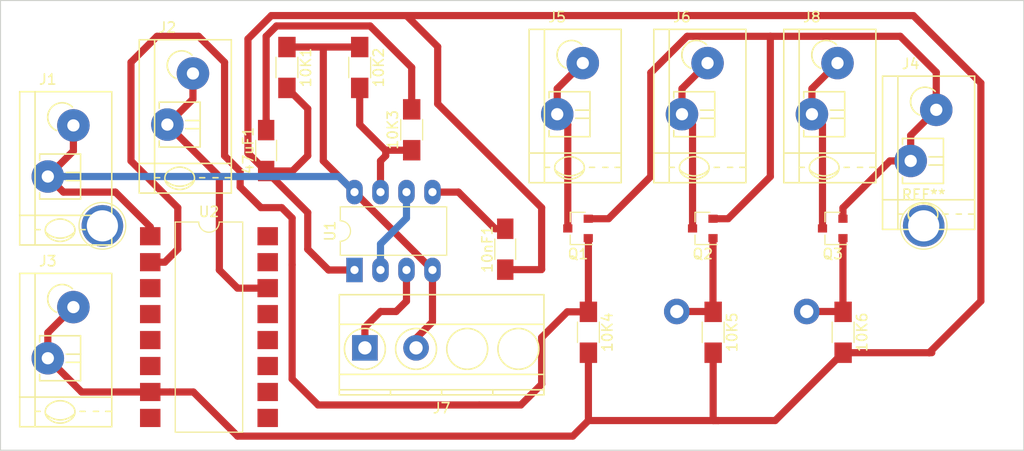
<source format=kicad_pcb>
(kicad_pcb (version 4) (host pcbnew 4.0.7-e1-6374~58~ubuntu16.04.1)

  (general
    (links 40)
    (no_connects 0)
    (area 111.149999 91.949999 211.250001 136.050001)
    (thickness 1.6)
    (drawings 4)
    (tracks 149)
    (zones 0)
    (modules 23)
    (nets 16)
  )

  (page A4)
  (layers
    (0 F.Cu signal)
    (31 B.Cu signal)
    (32 B.Adhes user)
    (33 F.Adhes user)
    (34 B.Paste user)
    (35 F.Paste user)
    (36 B.SilkS user)
    (37 F.SilkS user)
    (38 B.Mask user)
    (39 F.Mask user)
    (40 Dwgs.User user)
    (41 Cmts.User user)
    (42 Eco1.User user)
    (43 Eco2.User user)
    (44 Edge.Cuts user)
    (45 Margin user)
    (46 B.CrtYd user)
    (47 F.CrtYd user)
    (48 B.Fab user)
    (49 F.Fab user)
  )

  (setup
    (last_trace_width 0.7)
    (user_trace_width 0.6)
    (user_trace_width 0.6)
    (user_trace_width 0.6)
    (user_trace_width 0.6)
    (user_trace_width 0.6)
    (user_trace_width 0.6)
    (user_trace_width 0.6)
    (user_trace_width 0.6)
    (trace_clearance 0.2)
    (zone_clearance 0.508)
    (zone_45_only no)
    (trace_min 0.2)
    (segment_width 0.2)
    (edge_width 0.1)
    (via_size 0.6)
    (via_drill 0.4)
    (via_min_size 0.4)
    (via_min_drill 0.3)
    (uvia_size 0.3)
    (uvia_drill 0.1)
    (uvias_allowed no)
    (uvia_min_size 0.2)
    (uvia_min_drill 0.1)
    (pcb_text_width 0.3)
    (pcb_text_size 1.5 1.5)
    (mod_edge_width 0.15)
    (mod_text_size 1 1)
    (mod_text_width 0.15)
    (pad_size 1.5 1.5)
    (pad_drill 0.6)
    (pad_to_mask_clearance 0)
    (aux_axis_origin 0 0)
    (visible_elements FFFFFF7F)
    (pcbplotparams
      (layerselection 0x00020_80000001)
      (usegerberextensions false)
      (excludeedgelayer true)
      (linewidth 0.100000)
      (plotframeref false)
      (viasonmask false)
      (mode 1)
      (useauxorigin false)
      (hpglpennumber 1)
      (hpglpenspeed 20)
      (hpglpendiameter 15)
      (hpglpenoverlay 2)
      (psnegative false)
      (psa4output false)
      (plotreference true)
      (plotvalue true)
      (plotinvisibletext false)
      (padsonsilk false)
      (subtractmaskfromsilk false)
      (outputformat 1)
      (mirror false)
      (drillshape 0)
      (scaleselection 1)
      (outputdirectory ""))
  )

  (net 0 "")
  (net 1 "Net-(10K1-Pad1)")
  (net 2 GND)
  (net 3 "Net-(10K2-Pad2)")
  (net 4 "Net-(10K3-Pad2)")
  (net 5 "Net-(10K4-Pad1)")
  (net 6 "Net-(10K5-Pad1)")
  (net 7 "Net-(10K6-Pad1)")
  (net 8 "Net-(10nF1-Pad2)")
  (net 9 "Net-(U1-Pad2)")
  (net 10 VCC)
  (net 11 "Net-(J4-Pad1)")
  (net 12 "Net-(J5-Pad1)")
  (net 13 "Net-(J6-Pad1)")
  (net 14 "Net-(J7-Pad1)")
  (net 15 "Net-(J8-Pad1)")

  (net_class Default "This is the default net class."
    (clearance 0.2)
    (trace_width 0.7)
    (via_dia 0.6)
    (via_drill 0.4)
    (uvia_dia 0.3)
    (uvia_drill 0.1)
    (add_net GND)
    (add_net "Net-(10K1-Pad1)")
    (add_net "Net-(10K2-Pad2)")
    (add_net "Net-(10K3-Pad2)")
    (add_net "Net-(10K4-Pad1)")
    (add_net "Net-(10K5-Pad1)")
    (add_net "Net-(10K6-Pad1)")
    (add_net "Net-(10nF1-Pad2)")
    (add_net "Net-(J4-Pad1)")
    (add_net "Net-(J5-Pad1)")
    (add_net "Net-(J6-Pad1)")
    (add_net "Net-(J7-Pad1)")
    (add_net "Net-(J8-Pad1)")
    (add_net "Net-(U1-Pad2)")
    (add_net VCC)
  )

  (module Resistors_SMD:R_1206_HandSoldering (layer F.Cu) (tedit 58E0A804) (tstamp 5991C0A5)
    (at 139.192 98.552 270)
    (descr "Resistor SMD 1206, hand soldering")
    (tags "resistor 1206")
    (path /598EB620)
    (attr smd)
    (fp_text reference 10K1 (at 0 -1.85 270) (layer F.SilkS)
      (effects (font (size 1 1) (thickness 0.15)))
    )
    (fp_text value R (at 0 1.9 270) (layer F.Fab)
      (effects (font (size 1 1) (thickness 0.15)))
    )
    (fp_text user %R (at 0 0 270) (layer F.Fab)
      (effects (font (size 0.7 0.7) (thickness 0.105)))
    )
    (fp_line (start -1.6 0.8) (end -1.6 -0.8) (layer F.Fab) (width 0.1))
    (fp_line (start 1.6 0.8) (end -1.6 0.8) (layer F.Fab) (width 0.1))
    (fp_line (start 1.6 -0.8) (end 1.6 0.8) (layer F.Fab) (width 0.1))
    (fp_line (start -1.6 -0.8) (end 1.6 -0.8) (layer F.Fab) (width 0.1))
    (fp_line (start 1 1.07) (end -1 1.07) (layer F.SilkS) (width 0.12))
    (fp_line (start -1 -1.07) (end 1 -1.07) (layer F.SilkS) (width 0.12))
    (fp_line (start -3.25 -1.11) (end 3.25 -1.11) (layer F.CrtYd) (width 0.05))
    (fp_line (start -3.25 -1.11) (end -3.25 1.1) (layer F.CrtYd) (width 0.05))
    (fp_line (start 3.25 1.1) (end 3.25 -1.11) (layer F.CrtYd) (width 0.05))
    (fp_line (start 3.25 1.1) (end -3.25 1.1) (layer F.CrtYd) (width 0.05))
    (pad 1 smd rect (at -2 0 270) (size 2 1.7) (layers F.Cu F.Paste F.Mask)
      (net 1 "Net-(10K1-Pad1)"))
    (pad 2 smd rect (at 2 0 270) (size 2 1.7) (layers F.Cu F.Paste F.Mask)
      (net 2 GND))
    (model ${KISYS3DMOD}/Resistors_SMD.3dshapes/R_1206.wrl
      (at (xyz 0 0 0))
      (scale (xyz 1 1 1))
      (rotate (xyz 0 0 0))
    )
  )

  (module Resistors_SMD:R_1206_HandSoldering (layer F.Cu) (tedit 58E0A804) (tstamp 5991C0B6)
    (at 146.304 98.552 270)
    (descr "Resistor SMD 1206, hand soldering")
    (tags "resistor 1206")
    (path /598DCC51)
    (attr smd)
    (fp_text reference 10K2 (at 0 -1.85 270) (layer F.SilkS)
      (effects (font (size 1 1) (thickness 0.15)))
    )
    (fp_text value R (at 0 1.9 270) (layer F.Fab)
      (effects (font (size 1 1) (thickness 0.15)))
    )
    (fp_text user %R (at 0 0 270) (layer F.Fab)
      (effects (font (size 0.7 0.7) (thickness 0.105)))
    )
    (fp_line (start -1.6 0.8) (end -1.6 -0.8) (layer F.Fab) (width 0.1))
    (fp_line (start 1.6 0.8) (end -1.6 0.8) (layer F.Fab) (width 0.1))
    (fp_line (start 1.6 -0.8) (end 1.6 0.8) (layer F.Fab) (width 0.1))
    (fp_line (start -1.6 -0.8) (end 1.6 -0.8) (layer F.Fab) (width 0.1))
    (fp_line (start 1 1.07) (end -1 1.07) (layer F.SilkS) (width 0.12))
    (fp_line (start -1 -1.07) (end 1 -1.07) (layer F.SilkS) (width 0.12))
    (fp_line (start -3.25 -1.11) (end 3.25 -1.11) (layer F.CrtYd) (width 0.05))
    (fp_line (start -3.25 -1.11) (end -3.25 1.1) (layer F.CrtYd) (width 0.05))
    (fp_line (start 3.25 1.1) (end 3.25 -1.11) (layer F.CrtYd) (width 0.05))
    (fp_line (start 3.25 1.1) (end -3.25 1.1) (layer F.CrtYd) (width 0.05))
    (pad 1 smd rect (at -2 0 270) (size 2 1.7) (layers F.Cu F.Paste F.Mask)
      (net 1 "Net-(10K1-Pad1)"))
    (pad 2 smd rect (at 2 0 270) (size 2 1.7) (layers F.Cu F.Paste F.Mask)
      (net 3 "Net-(10K2-Pad2)"))
    (model ${KISYS3DMOD}/Resistors_SMD.3dshapes/R_1206.wrl
      (at (xyz 0 0 0))
      (scale (xyz 1 1 1))
      (rotate (xyz 0 0 0))
    )
  )

  (module Resistors_SMD:R_1206_HandSoldering (layer F.Cu) (tedit 58E0A804) (tstamp 5991C0C7)
    (at 151.384 104.648 90)
    (descr "Resistor SMD 1206, hand soldering")
    (tags "resistor 1206")
    (path /598DCCFA)
    (attr smd)
    (fp_text reference 10K3 (at 0 -1.85 90) (layer F.SilkS)
      (effects (font (size 1 1) (thickness 0.15)))
    )
    (fp_text value R (at 0 1.9 90) (layer F.Fab)
      (effects (font (size 1 1) (thickness 0.15)))
    )
    (fp_text user %R (at 0 0 90) (layer F.Fab)
      (effects (font (size 0.7 0.7) (thickness 0.105)))
    )
    (fp_line (start -1.6 0.8) (end -1.6 -0.8) (layer F.Fab) (width 0.1))
    (fp_line (start 1.6 0.8) (end -1.6 0.8) (layer F.Fab) (width 0.1))
    (fp_line (start 1.6 -0.8) (end 1.6 0.8) (layer F.Fab) (width 0.1))
    (fp_line (start -1.6 -0.8) (end 1.6 -0.8) (layer F.Fab) (width 0.1))
    (fp_line (start 1 1.07) (end -1 1.07) (layer F.SilkS) (width 0.12))
    (fp_line (start -1 -1.07) (end 1 -1.07) (layer F.SilkS) (width 0.12))
    (fp_line (start -3.25 -1.11) (end 3.25 -1.11) (layer F.CrtYd) (width 0.05))
    (fp_line (start -3.25 -1.11) (end -3.25 1.1) (layer F.CrtYd) (width 0.05))
    (fp_line (start 3.25 1.1) (end 3.25 -1.11) (layer F.CrtYd) (width 0.05))
    (fp_line (start 3.25 1.1) (end -3.25 1.1) (layer F.CrtYd) (width 0.05))
    (pad 1 smd rect (at -2 0 90) (size 2 1.7) (layers F.Cu F.Paste F.Mask)
      (net 3 "Net-(10K2-Pad2)"))
    (pad 2 smd rect (at 2 0 90) (size 2 1.7) (layers F.Cu F.Paste F.Mask)
      (net 4 "Net-(10K3-Pad2)"))
    (model ${KISYS3DMOD}/Resistors_SMD.3dshapes/R_1206.wrl
      (at (xyz 0 0 0))
      (scale (xyz 1 1 1))
      (rotate (xyz 0 0 0))
    )
  )

  (module Resistors_SMD:R_1206_HandSoldering (layer F.Cu) (tedit 58E0A804) (tstamp 5991C0D8)
    (at 168.656 124.46 270)
    (descr "Resistor SMD 1206, hand soldering")
    (tags "resistor 1206")
    (path /598E1326)
    (attr smd)
    (fp_text reference 10K4 (at 0 -1.85 270) (layer F.SilkS)
      (effects (font (size 1 1) (thickness 0.15)))
    )
    (fp_text value R (at 0 1.9 270) (layer F.Fab)
      (effects (font (size 1 1) (thickness 0.15)))
    )
    (fp_text user %R (at 0 0 270) (layer F.Fab)
      (effects (font (size 0.7 0.7) (thickness 0.105)))
    )
    (fp_line (start -1.6 0.8) (end -1.6 -0.8) (layer F.Fab) (width 0.1))
    (fp_line (start 1.6 0.8) (end -1.6 0.8) (layer F.Fab) (width 0.1))
    (fp_line (start 1.6 -0.8) (end 1.6 0.8) (layer F.Fab) (width 0.1))
    (fp_line (start -1.6 -0.8) (end 1.6 -0.8) (layer F.Fab) (width 0.1))
    (fp_line (start 1 1.07) (end -1 1.07) (layer F.SilkS) (width 0.12))
    (fp_line (start -1 -1.07) (end 1 -1.07) (layer F.SilkS) (width 0.12))
    (fp_line (start -3.25 -1.11) (end 3.25 -1.11) (layer F.CrtYd) (width 0.05))
    (fp_line (start -3.25 -1.11) (end -3.25 1.1) (layer F.CrtYd) (width 0.05))
    (fp_line (start 3.25 1.1) (end 3.25 -1.11) (layer F.CrtYd) (width 0.05))
    (fp_line (start 3.25 1.1) (end -3.25 1.1) (layer F.CrtYd) (width 0.05))
    (pad 1 smd rect (at -2 0 270) (size 2 1.7) (layers F.Cu F.Paste F.Mask)
      (net 5 "Net-(10K4-Pad1)"))
    (pad 2 smd rect (at 2 0 270) (size 2 1.7) (layers F.Cu F.Paste F.Mask)
      (net 2 GND))
    (model ${KISYS3DMOD}/Resistors_SMD.3dshapes/R_1206.wrl
      (at (xyz 0 0 0))
      (scale (xyz 1 1 1))
      (rotate (xyz 0 0 0))
    )
  )

  (module Resistors_SMD:R_1206_HandSoldering (layer F.Cu) (tedit 58E0A804) (tstamp 5991C0E9)
    (at 180.848 124.46 270)
    (descr "Resistor SMD 1206, hand soldering")
    (tags "resistor 1206")
    (path /598E0F6C)
    (attr smd)
    (fp_text reference 10K5 (at 0 -1.85 270) (layer F.SilkS)
      (effects (font (size 1 1) (thickness 0.15)))
    )
    (fp_text value R (at 0 1.9 270) (layer F.Fab)
      (effects (font (size 1 1) (thickness 0.15)))
    )
    (fp_text user %R (at 0 0 270) (layer F.Fab)
      (effects (font (size 0.7 0.7) (thickness 0.105)))
    )
    (fp_line (start -1.6 0.8) (end -1.6 -0.8) (layer F.Fab) (width 0.1))
    (fp_line (start 1.6 0.8) (end -1.6 0.8) (layer F.Fab) (width 0.1))
    (fp_line (start 1.6 -0.8) (end 1.6 0.8) (layer F.Fab) (width 0.1))
    (fp_line (start -1.6 -0.8) (end 1.6 -0.8) (layer F.Fab) (width 0.1))
    (fp_line (start 1 1.07) (end -1 1.07) (layer F.SilkS) (width 0.12))
    (fp_line (start -1 -1.07) (end 1 -1.07) (layer F.SilkS) (width 0.12))
    (fp_line (start -3.25 -1.11) (end 3.25 -1.11) (layer F.CrtYd) (width 0.05))
    (fp_line (start -3.25 -1.11) (end -3.25 1.1) (layer F.CrtYd) (width 0.05))
    (fp_line (start 3.25 1.1) (end 3.25 -1.11) (layer F.CrtYd) (width 0.05))
    (fp_line (start 3.25 1.1) (end -3.25 1.1) (layer F.CrtYd) (width 0.05))
    (pad 1 smd rect (at -2 0 270) (size 2 1.7) (layers F.Cu F.Paste F.Mask)
      (net 6 "Net-(10K5-Pad1)"))
    (pad 2 smd rect (at 2 0 270) (size 2 1.7) (layers F.Cu F.Paste F.Mask)
      (net 2 GND))
    (model ${KISYS3DMOD}/Resistors_SMD.3dshapes/R_1206.wrl
      (at (xyz 0 0 0))
      (scale (xyz 1 1 1))
      (rotate (xyz 0 0 0))
    )
  )

  (module Resistors_SMD:R_1206_HandSoldering (layer F.Cu) (tedit 58E0A804) (tstamp 5991C0FA)
    (at 193.548 124.46 270)
    (descr "Resistor SMD 1206, hand soldering")
    (tags "resistor 1206")
    (path /598E8418)
    (attr smd)
    (fp_text reference 10K6 (at 0 -1.85 270) (layer F.SilkS)
      (effects (font (size 1 1) (thickness 0.15)))
    )
    (fp_text value R (at 0 1.9 270) (layer F.Fab)
      (effects (font (size 1 1) (thickness 0.15)))
    )
    (fp_text user %R (at 0 0 270) (layer F.Fab)
      (effects (font (size 0.7 0.7) (thickness 0.105)))
    )
    (fp_line (start -1.6 0.8) (end -1.6 -0.8) (layer F.Fab) (width 0.1))
    (fp_line (start 1.6 0.8) (end -1.6 0.8) (layer F.Fab) (width 0.1))
    (fp_line (start 1.6 -0.8) (end 1.6 0.8) (layer F.Fab) (width 0.1))
    (fp_line (start -1.6 -0.8) (end 1.6 -0.8) (layer F.Fab) (width 0.1))
    (fp_line (start 1 1.07) (end -1 1.07) (layer F.SilkS) (width 0.12))
    (fp_line (start -1 -1.07) (end 1 -1.07) (layer F.SilkS) (width 0.12))
    (fp_line (start -3.25 -1.11) (end 3.25 -1.11) (layer F.CrtYd) (width 0.05))
    (fp_line (start -3.25 -1.11) (end -3.25 1.1) (layer F.CrtYd) (width 0.05))
    (fp_line (start 3.25 1.1) (end 3.25 -1.11) (layer F.CrtYd) (width 0.05))
    (fp_line (start 3.25 1.1) (end -3.25 1.1) (layer F.CrtYd) (width 0.05))
    (pad 1 smd rect (at -2 0 270) (size 2 1.7) (layers F.Cu F.Paste F.Mask)
      (net 7 "Net-(10K6-Pad1)"))
    (pad 2 smd rect (at 2 0 270) (size 2 1.7) (layers F.Cu F.Paste F.Mask)
      (net 2 GND))
    (model ${KISYS3DMOD}/Resistors_SMD.3dshapes/R_1206.wrl
      (at (xyz 0 0 0))
      (scale (xyz 1 1 1))
      (rotate (xyz 0 0 0))
    )
  )

  (module Capacitors_SMD:C_1206_HandSoldering (layer F.Cu) (tedit 5991E619) (tstamp 5991C10B)
    (at 160.528 116.332 90)
    (descr "Capacitor SMD 1206, hand soldering")
    (tags "capacitor 1206")
    (path /598DCD7C)
    (attr smd)
    (fp_text reference 10nF1 (at 0 -1.75 90) (layer F.SilkS)
      (effects (font (size 1 1) (thickness 0.15)))
    )
    (fp_text value C (at 0 2 90) (layer F.Fab)
      (effects (font (size 1 1) (thickness 0.15)))
    )
    (fp_text user %R (at 0 -1.75 90) (layer F.Fab) hide
      (effects (font (size 1 1) (thickness 0.15)))
    )
    (fp_line (start -1.6 0.8) (end -1.6 -0.8) (layer F.Fab) (width 0.1))
    (fp_line (start 1.6 0.8) (end -1.6 0.8) (layer F.Fab) (width 0.1))
    (fp_line (start 1.6 -0.8) (end 1.6 0.8) (layer F.Fab) (width 0.1))
    (fp_line (start -1.6 -0.8) (end 1.6 -0.8) (layer F.Fab) (width 0.1))
    (fp_line (start 1 -1.02) (end -1 -1.02) (layer F.SilkS) (width 0.12))
    (fp_line (start -1 1.02) (end 1 1.02) (layer F.SilkS) (width 0.12))
    (fp_line (start -3.25 -1.05) (end 3.25 -1.05) (layer F.CrtYd) (width 0.05))
    (fp_line (start -3.25 -1.05) (end -3.25 1.05) (layer F.CrtYd) (width 0.05))
    (fp_line (start 3.25 1.05) (end 3.25 -1.05) (layer F.CrtYd) (width 0.05))
    (fp_line (start 3.25 1.05) (end -3.25 1.05) (layer F.CrtYd) (width 0.05))
    (pad 1 smd rect (at -2 0 90) (size 2 1.6) (layers F.Cu F.Paste F.Mask)
      (net 2 GND))
    (pad 2 smd rect (at 2 0 90) (size 2 1.6) (layers F.Cu F.Paste F.Mask)
      (net 8 "Net-(10nF1-Pad2)"))
    (model Capacitors_SMD.3dshapes/C_1206.wrl
      (at (xyz 0 0 0))
      (scale (xyz 1 1 1))
      (rotate (xyz 0 0 0))
    )
  )

  (module Capacitors_SMD:C_1206_HandSoldering (layer F.Cu) (tedit 5991E61E) (tstamp 5991C11C)
    (at 137.16 106.68 90)
    (descr "Capacitor SMD 1206, hand soldering")
    (tags "capacitor 1206")
    (path /598DE98E)
    (attr smd)
    (fp_text reference 47uF1 (at 0 -1.75 90) (layer F.SilkS)
      (effects (font (size 1 1) (thickness 0.15)))
    )
    (fp_text value C (at 0 2 90) (layer F.Fab)
      (effects (font (size 1 1) (thickness 0.15)))
    )
    (fp_text user %R (at 0 -1.75 90) (layer F.Fab) hide
      (effects (font (size 1 1) (thickness 0.15)))
    )
    (fp_line (start -1.6 0.8) (end -1.6 -0.8) (layer F.Fab) (width 0.1))
    (fp_line (start 1.6 0.8) (end -1.6 0.8) (layer F.Fab) (width 0.1))
    (fp_line (start 1.6 -0.8) (end 1.6 0.8) (layer F.Fab) (width 0.1))
    (fp_line (start -1.6 -0.8) (end 1.6 -0.8) (layer F.Fab) (width 0.1))
    (fp_line (start 1 -1.02) (end -1 -1.02) (layer F.SilkS) (width 0.12))
    (fp_line (start -1 1.02) (end 1 1.02) (layer F.SilkS) (width 0.12))
    (fp_line (start -3.25 -1.05) (end 3.25 -1.05) (layer F.CrtYd) (width 0.05))
    (fp_line (start -3.25 -1.05) (end -3.25 1.05) (layer F.CrtYd) (width 0.05))
    (fp_line (start 3.25 1.05) (end 3.25 -1.05) (layer F.CrtYd) (width 0.05))
    (fp_line (start 3.25 1.05) (end -3.25 1.05) (layer F.CrtYd) (width 0.05))
    (pad 1 smd rect (at -2 0 90) (size 2 1.6) (layers F.Cu F.Paste F.Mask)
      (net 2 GND))
    (pad 2 smd rect (at 2 0 90) (size 2 1.6) (layers F.Cu F.Paste F.Mask)
      (net 4 "Net-(10K3-Pad2)"))
    (model Capacitors_SMD.3dshapes/C_1206.wrl
      (at (xyz 0 0 0))
      (scale (xyz 1 1 1))
      (rotate (xyz 0 0 0))
    )
  )

  (module TO_SOT_Packages_SMD:SOT-23 (layer F.Cu) (tedit 5991E5FA) (tstamp 5991C131)
    (at 167.64 114.3 180)
    (descr "SOT-23, Standard")
    (tags SOT-23)
    (path /598F5139)
    (attr smd)
    (fp_text reference Q1 (at 0 -2.5 180) (layer F.SilkS)
      (effects (font (size 1 1) (thickness 0.15)))
    )
    (fp_text value BC817-40 (at 0 2.5 180) (layer F.Fab) hide
      (effects (font (size 1 1) (thickness 0.15)))
    )
    (fp_text user %R (at 0 0 270) (layer F.Fab)
      (effects (font (size 0.5 0.5) (thickness 0.075)))
    )
    (fp_line (start -0.7 -0.95) (end -0.7 1.5) (layer F.Fab) (width 0.1))
    (fp_line (start -0.15 -1.52) (end 0.7 -1.52) (layer F.Fab) (width 0.1))
    (fp_line (start -0.7 -0.95) (end -0.15 -1.52) (layer F.Fab) (width 0.1))
    (fp_line (start 0.7 -1.52) (end 0.7 1.52) (layer F.Fab) (width 0.1))
    (fp_line (start -0.7 1.52) (end 0.7 1.52) (layer F.Fab) (width 0.1))
    (fp_line (start 0.76 1.58) (end 0.76 0.65) (layer F.SilkS) (width 0.12))
    (fp_line (start 0.76 -1.58) (end 0.76 -0.65) (layer F.SilkS) (width 0.12))
    (fp_line (start -1.7 -1.75) (end 1.7 -1.75) (layer F.CrtYd) (width 0.05))
    (fp_line (start 1.7 -1.75) (end 1.7 1.75) (layer F.CrtYd) (width 0.05))
    (fp_line (start 1.7 1.75) (end -1.7 1.75) (layer F.CrtYd) (width 0.05))
    (fp_line (start -1.7 1.75) (end -1.7 -1.75) (layer F.CrtYd) (width 0.05))
    (fp_line (start 0.76 -1.58) (end -1.4 -1.58) (layer F.SilkS) (width 0.12))
    (fp_line (start 0.76 1.58) (end -0.7 1.58) (layer F.SilkS) (width 0.12))
    (pad 1 smd rect (at -1 -0.95 180) (size 0.9 0.8) (layers F.Cu F.Paste F.Mask)
      (net 5 "Net-(10K4-Pad1)"))
    (pad 2 smd rect (at -1 0.95 180) (size 0.9 0.8) (layers F.Cu F.Paste F.Mask)
      (net 11 "Net-(J4-Pad1)"))
    (pad 3 smd rect (at 1 0 180) (size 0.9 0.8) (layers F.Cu F.Paste F.Mask)
      (net 12 "Net-(J5-Pad1)"))
    (model ${KISYS3DMOD}/TO_SOT_Packages_SMD.3dshapes/SOT-23.wrl
      (at (xyz 0 0 0))
      (scale (xyz 1 1 1))
      (rotate (xyz 0 0 0))
    )
  )

  (module TO_SOT_Packages_SMD:SOT-23 (layer F.Cu) (tedit 5991E5FF) (tstamp 5991C146)
    (at 179.832 114.3 180)
    (descr "SOT-23, Standard")
    (tags SOT-23)
    (path /598F51AA)
    (attr smd)
    (fp_text reference Q2 (at 0 -2.5 180) (layer F.SilkS)
      (effects (font (size 1 1) (thickness 0.15)))
    )
    (fp_text value BC817-40 (at 0 2.5 180) (layer F.Fab) hide
      (effects (font (size 1 1) (thickness 0.15)))
    )
    (fp_text user %R (at 0 0 270) (layer F.Fab)
      (effects (font (size 0.5 0.5) (thickness 0.075)))
    )
    (fp_line (start -0.7 -0.95) (end -0.7 1.5) (layer F.Fab) (width 0.1))
    (fp_line (start -0.15 -1.52) (end 0.7 -1.52) (layer F.Fab) (width 0.1))
    (fp_line (start -0.7 -0.95) (end -0.15 -1.52) (layer F.Fab) (width 0.1))
    (fp_line (start 0.7 -1.52) (end 0.7 1.52) (layer F.Fab) (width 0.1))
    (fp_line (start -0.7 1.52) (end 0.7 1.52) (layer F.Fab) (width 0.1))
    (fp_line (start 0.76 1.58) (end 0.76 0.65) (layer F.SilkS) (width 0.12))
    (fp_line (start 0.76 -1.58) (end 0.76 -0.65) (layer F.SilkS) (width 0.12))
    (fp_line (start -1.7 -1.75) (end 1.7 -1.75) (layer F.CrtYd) (width 0.05))
    (fp_line (start 1.7 -1.75) (end 1.7 1.75) (layer F.CrtYd) (width 0.05))
    (fp_line (start 1.7 1.75) (end -1.7 1.75) (layer F.CrtYd) (width 0.05))
    (fp_line (start -1.7 1.75) (end -1.7 -1.75) (layer F.CrtYd) (width 0.05))
    (fp_line (start 0.76 -1.58) (end -1.4 -1.58) (layer F.SilkS) (width 0.12))
    (fp_line (start 0.76 1.58) (end -0.7 1.58) (layer F.SilkS) (width 0.12))
    (pad 1 smd rect (at -1 -0.95 180) (size 0.9 0.8) (layers F.Cu F.Paste F.Mask)
      (net 6 "Net-(10K5-Pad1)"))
    (pad 2 smd rect (at -1 0.95 180) (size 0.9 0.8) (layers F.Cu F.Paste F.Mask)
      (net 11 "Net-(J4-Pad1)"))
    (pad 3 smd rect (at 1 0 180) (size 0.9 0.8) (layers F.Cu F.Paste F.Mask)
      (net 13 "Net-(J6-Pad1)"))
    (model ${KISYS3DMOD}/TO_SOT_Packages_SMD.3dshapes/SOT-23.wrl
      (at (xyz 0 0 0))
      (scale (xyz 1 1 1))
      (rotate (xyz 90 0 0))
    )
  )

  (module TO_SOT_Packages_SMD:SOT-23 (layer F.Cu) (tedit 5991E607) (tstamp 5991C15B)
    (at 192.532 114.3 180)
    (descr "SOT-23, Standard")
    (tags SOT-23)
    (path /598F523F)
    (attr smd)
    (fp_text reference Q3 (at 0 -2.5 180) (layer F.SilkS)
      (effects (font (size 1 1) (thickness 0.15)))
    )
    (fp_text value BC817-40 (at 0 2.5 180) (layer F.Fab) hide
      (effects (font (size 1 1) (thickness 0.15)))
    )
    (fp_text user %R (at 0 0 270) (layer F.Fab)
      (effects (font (size 0.5 0.5) (thickness 0.075)))
    )
    (fp_line (start -0.7 -0.95) (end -0.7 1.5) (layer F.Fab) (width 0.1))
    (fp_line (start -0.15 -1.52) (end 0.7 -1.52) (layer F.Fab) (width 0.1))
    (fp_line (start -0.7 -0.95) (end -0.15 -1.52) (layer F.Fab) (width 0.1))
    (fp_line (start 0.7 -1.52) (end 0.7 1.52) (layer F.Fab) (width 0.1))
    (fp_line (start -0.7 1.52) (end 0.7 1.52) (layer F.Fab) (width 0.1))
    (fp_line (start 0.76 1.58) (end 0.76 0.65) (layer F.SilkS) (width 0.12))
    (fp_line (start 0.76 -1.58) (end 0.76 -0.65) (layer F.SilkS) (width 0.12))
    (fp_line (start -1.7 -1.75) (end 1.7 -1.75) (layer F.CrtYd) (width 0.05))
    (fp_line (start 1.7 -1.75) (end 1.7 1.75) (layer F.CrtYd) (width 0.05))
    (fp_line (start 1.7 1.75) (end -1.7 1.75) (layer F.CrtYd) (width 0.05))
    (fp_line (start -1.7 1.75) (end -1.7 -1.75) (layer F.CrtYd) (width 0.05))
    (fp_line (start 0.76 -1.58) (end -1.4 -1.58) (layer F.SilkS) (width 0.12))
    (fp_line (start 0.76 1.58) (end -0.7 1.58) (layer F.SilkS) (width 0.12))
    (pad 1 smd rect (at -1 -0.95 180) (size 0.9 0.8) (layers F.Cu F.Paste F.Mask)
      (net 7 "Net-(10K6-Pad1)"))
    (pad 2 smd rect (at -1 0.95 180) (size 0.9 0.8) (layers F.Cu F.Paste F.Mask)
      (net 11 "Net-(J4-Pad1)"))
    (pad 3 smd rect (at 1 0 180) (size 0.9 0.8) (layers F.Cu F.Paste F.Mask)
      (net 15 "Net-(J8-Pad1)"))
    (model ${KISYS3DMOD}/TO_SOT_Packages_SMD.3dshapes/SOT-23.wrl
      (at (xyz 0 0 0))
      (scale (xyz 1 1 1))
      (rotate (xyz 0 0 0))
    )
  )

  (module Housings_DIP:DIP-8_W7.62mm_LongPads (layer F.Cu) (tedit 58CC8E33) (tstamp 5991C177)
    (at 145.796 118.364 90)
    (descr "8-lead dip package, row spacing 7.62 mm (300 mils), LongPads")
    (tags "DIL DIP PDIP 2.54mm 7.62mm 300mil LongPads")
    (path /599212F9)
    (fp_text reference U1 (at 3.81 -2.39 90) (layer F.SilkS)
      (effects (font (size 1 1) (thickness 0.15)))
    )
    (fp_text value LM555N (at 3.81 10.01 90) (layer F.Fab)
      (effects (font (size 1 1) (thickness 0.15)))
    )
    (fp_text user %R (at 3.81 3.81 90) (layer F.Fab)
      (effects (font (size 1 1) (thickness 0.15)))
    )
    (fp_line (start 1.635 -1.27) (end 6.985 -1.27) (layer F.Fab) (width 0.1))
    (fp_line (start 6.985 -1.27) (end 6.985 8.89) (layer F.Fab) (width 0.1))
    (fp_line (start 6.985 8.89) (end 0.635 8.89) (layer F.Fab) (width 0.1))
    (fp_line (start 0.635 8.89) (end 0.635 -0.27) (layer F.Fab) (width 0.1))
    (fp_line (start 0.635 -0.27) (end 1.635 -1.27) (layer F.Fab) (width 0.1))
    (fp_line (start 2.81 -1.39) (end 1.44 -1.39) (layer F.SilkS) (width 0.12))
    (fp_line (start 1.44 -1.39) (end 1.44 9.01) (layer F.SilkS) (width 0.12))
    (fp_line (start 1.44 9.01) (end 6.18 9.01) (layer F.SilkS) (width 0.12))
    (fp_line (start 6.18 9.01) (end 6.18 -1.39) (layer F.SilkS) (width 0.12))
    (fp_line (start 6.18 -1.39) (end 4.81 -1.39) (layer F.SilkS) (width 0.12))
    (fp_line (start -1.5 -1.6) (end -1.5 9.2) (layer F.CrtYd) (width 0.05))
    (fp_line (start -1.5 9.2) (end 9.1 9.2) (layer F.CrtYd) (width 0.05))
    (fp_line (start 9.1 9.2) (end 9.1 -1.6) (layer F.CrtYd) (width 0.05))
    (fp_line (start 9.1 -1.6) (end -1.5 -1.6) (layer F.CrtYd) (width 0.05))
    (fp_arc (start 3.81 -1.39) (end 2.81 -1.39) (angle -180) (layer F.SilkS) (width 0.12))
    (pad 1 thru_hole rect (at 0 0 90) (size 2.4 1.6) (drill 0.8) (layers *.Cu *.Mask)
      (net 2 GND))
    (pad 5 thru_hole oval (at 7.62 7.62 90) (size 2.4 1.6) (drill 0.8) (layers *.Cu *.Mask)
      (net 8 "Net-(10nF1-Pad2)"))
    (pad 2 thru_hole oval (at 0 2.54 90) (size 2.4 1.6) (drill 0.8) (layers *.Cu *.Mask)
      (net 9 "Net-(U1-Pad2)"))
    (pad 6 thru_hole oval (at 7.62 5.08 90) (size 2.4 1.6) (drill 0.8) (layers *.Cu *.Mask)
      (net 9 "Net-(U1-Pad2)"))
    (pad 3 thru_hole oval (at 0 5.08 90) (size 2.4 1.6) (drill 0.8) (layers *.Cu *.Mask)
      (net 14 "Net-(J7-Pad1)"))
    (pad 7 thru_hole oval (at 7.62 2.54 90) (size 2.4 1.6) (drill 0.8) (layers *.Cu *.Mask)
      (net 3 "Net-(10K2-Pad2)"))
    (pad 4 thru_hole oval (at 0 7.62 90) (size 2.4 1.6) (drill 0.8) (layers *.Cu *.Mask)
      (net 1 "Net-(10K1-Pad1)"))
    (pad 8 thru_hole oval (at 7.62 0 90) (size 2.4 1.6) (drill 0.8) (layers *.Cu *.Mask)
      (net 1 "Net-(10K1-Pad1)"))
    (model ${KISYS3DMOD}/Housings_DIP.3dshapes/DIP-8_W7.62mm_LongPads.wrl
      (at (xyz 0 0 0))
      (scale (xyz 1 1 1))
      (rotate (xyz 0 0 0))
    )
  )

  (module Housings_DIP:DIP-16_W11.48mm_SMD (layer F.Cu) (tedit 58CC8E2D) (tstamp 5991C19B)
    (at 131.572 123.952)
    (descr "16-lead dip package, row spacing 11.48 mm (451 mils), SMD")
    (tags "DIL DIP PDIP 2.54mm 11.48mm 451mil SMD")
    (path /598F63CC)
    (attr smd)
    (fp_text reference U2 (at 0 -11.28) (layer F.SilkS)
      (effects (font (size 1 1) (thickness 0.15)))
    )
    (fp_text value 74LS06 (at 0 11.28) (layer F.Fab)
      (effects (font (size 1 1) (thickness 0.15)))
    )
    (fp_text user %R (at 0 0) (layer F.Fab)
      (effects (font (size 1 1) (thickness 0.15)))
    )
    (fp_line (start -2.175 -10.16) (end 3.175 -10.16) (layer F.Fab) (width 0.1))
    (fp_line (start 3.175 -10.16) (end 3.175 10.16) (layer F.Fab) (width 0.1))
    (fp_line (start 3.175 10.16) (end -3.175 10.16) (layer F.Fab) (width 0.1))
    (fp_line (start -3.175 10.16) (end -3.175 -9.16) (layer F.Fab) (width 0.1))
    (fp_line (start -3.175 -9.16) (end -2.175 -10.16) (layer F.Fab) (width 0.1))
    (fp_line (start -1 -10.28) (end -3.295 -10.28) (layer F.SilkS) (width 0.12))
    (fp_line (start -3.295 -10.28) (end -3.295 10.28) (layer F.SilkS) (width 0.12))
    (fp_line (start -3.295 10.28) (end 3.295 10.28) (layer F.SilkS) (width 0.12))
    (fp_line (start 3.295 10.28) (end 3.295 -10.28) (layer F.SilkS) (width 0.12))
    (fp_line (start 3.295 -10.28) (end 1 -10.28) (layer F.SilkS) (width 0.12))
    (fp_line (start -7 -10.5) (end -7 10.5) (layer F.CrtYd) (width 0.05))
    (fp_line (start -7 10.5) (end 7 10.5) (layer F.CrtYd) (width 0.05))
    (fp_line (start 7 10.5) (end 7 -10.5) (layer F.CrtYd) (width 0.05))
    (fp_line (start 7 -10.5) (end -7 -10.5) (layer F.CrtYd) (width 0.05))
    (fp_arc (start 0 -10.28) (end -1 -10.28) (angle -180) (layer F.SilkS) (width 0.12))
    (pad 1 smd rect (at -5.74 -8.89) (size 2 1.78) (layers F.Cu F.Paste F.Mask)
      (net 1 "Net-(10K1-Pad1)"))
    (pad 9 smd rect (at 5.74 8.89) (size 2 1.78) (layers F.Cu F.Paste F.Mask))
    (pad 2 smd rect (at -5.74 -6.35) (size 2 1.78) (layers F.Cu F.Paste F.Mask)
      (net 5 "Net-(10K4-Pad1)"))
    (pad 10 smd rect (at 5.74 6.35) (size 2 1.78) (layers F.Cu F.Paste F.Mask))
    (pad 3 smd rect (at -5.74 -3.81) (size 2 1.78) (layers F.Cu F.Paste F.Mask))
    (pad 11 smd rect (at 5.74 3.81) (size 2 1.78) (layers F.Cu F.Paste F.Mask))
    (pad 4 smd rect (at -5.74 -1.27) (size 2 1.78) (layers F.Cu F.Paste F.Mask))
    (pad 12 smd rect (at 5.74 1.27) (size 2 1.78) (layers F.Cu F.Paste F.Mask))
    (pad 5 smd rect (at -5.74 1.27) (size 2 1.78) (layers F.Cu F.Paste F.Mask))
    (pad 13 smd rect (at 5.74 -1.27) (size 2 1.78) (layers F.Cu F.Paste F.Mask))
    (pad 6 smd rect (at -5.74 3.81) (size 2 1.78) (layers F.Cu F.Paste F.Mask))
    (pad 14 smd rect (at 5.74 -3.81) (size 2 1.78) (layers F.Cu F.Paste F.Mask)
      (net 10 VCC))
    (pad 7 smd rect (at -5.74 6.35) (size 2 1.78) (layers F.Cu F.Paste F.Mask)
      (net 2 GND))
    (pad 15 smd rect (at 5.74 -6.35) (size 2 1.78) (layers F.Cu F.Paste F.Mask))
    (pad 8 smd rect (at -5.74 8.89) (size 2 1.78) (layers F.Cu F.Paste F.Mask))
    (pad 16 smd rect (at 5.74 -8.89) (size 2 1.78) (layers F.Cu F.Paste F.Mask))
    (model ${KISYS3DMOD}/Housings_DIP.3dshapes/DIP-16_W11.48mm_SMD.wrl
      (at (xyz 0 0 0))
      (scale (xyz 1 1 1))
      (rotate (xyz 0 0 0))
    )
  )

  (module Connectors_Terminal_Blocks:TerminalBlock_WAGO-804_RM7.5mm_1pol (layer F.Cu) (tedit 599342E7) (tstamp 5992045B)
    (at 115.824 109.22)
    (path /5992602B)
    (fp_text reference J1 (at 0 -9.5) (layer F.SilkS)
      (effects (font (size 1 1) (thickness 0.15)))
    )
    (fp_text value Screw_Terminal_1x01 (at 0 8) (layer F.Fab) hide
      (effects (font (size 1 1) (thickness 0.15)))
    )
    (fp_line (start 6.25 6.7) (end 6.25 -8.3) (layer F.SilkS) (width 0.15))
    (fp_line (start 6.25 6.7) (end -1.25 6.7) (layer F.SilkS) (width 0.15))
    (fp_line (start -1.25 3.8) (end -2.75 3.8) (layer F.SilkS) (width 0.15))
    (fp_line (start -1.25 3.8) (end 6.25 3.8) (layer F.SilkS) (width 0.15))
    (fp_line (start 6.25 -8.3) (end -1.25 -8.3) (layer F.SilkS) (width 0.15))
    (fp_line (start -1.25 6.7) (end -2.75 6.7) (layer F.SilkS) (width 0.15))
    (fp_line (start -2.75 6.7) (end -2.75 -8.3) (layer F.SilkS) (width 0.15))
    (fp_line (start -2.75 -8.3) (end -1.25 -8.3) (layer F.SilkS) (width 0.15))
    (fp_arc (start 1.39954 -5.79882) (end 0.8509 -4.50088) (angle 90) (layer F.SilkS) (width 0.15))
    (fp_line (start 6.14948 5.19938) (end 5.65164 5.19938) (layer F.SilkS) (width 0.15))
    (fp_line (start 3.64998 5.19938) (end 3.15214 5.19938) (layer F.SilkS) (width 0.15))
    (fp_arc (start 1.19888 4.0513) (end 2.60096 5.45084) (angle 90) (layer F.SilkS) (width 0.15))
    (fp_arc (start 1.80086 5.25018) (end 2.40284 4.65074) (angle 90) (layer F.SilkS) (width 0.15))
    (fp_arc (start 0.59944 5.25018) (end 0 5.84962) (angle 90) (layer F.SilkS) (width 0.15))
    (fp_arc (start 1.19888 4.65074) (end 2.4003 5.84962) (angle 90) (layer F.SilkS) (width 0.15))
    (fp_arc (start 1.19888 5.85216) (end 0 4.65328) (angle 90) (layer F.SilkS) (width 0.15))
    (fp_arc (start 1.39954 -5.79882) (end 0.39878 -4.8006) (angle 90) (layer F.SilkS) (width 0.15))
    (fp_arc (start 1.39954 -5.79882) (end 0.39878 -6.79958) (angle 90) (layer F.SilkS) (width 0.15))
    (fp_line (start 3.2004 0.39878) (end 1.80086 0.39878) (layer F.SilkS) (width 0.15))
    (fp_line (start 3.2004 -0.39878) (end 1.80086 -0.39878) (layer F.SilkS) (width 0.15))
    (fp_line (start -0.8001 -2.19964) (end -0.8001 -1.6002) (layer F.SilkS) (width 0.15))
    (fp_line (start -0.8001 -2.19964) (end 3.2004 -2.19964) (layer F.SilkS) (width 0.15))
    (fp_line (start 3.2004 -2.19964) (end 3.2004 2.19964) (layer F.SilkS) (width 0.15))
    (fp_line (start 3.2004 2.19964) (end -0.8001 2.19964) (layer F.SilkS) (width 0.15))
    (fp_line (start -0.8001 2.19964) (end -0.8001 1.6002) (layer F.SilkS) (width 0.15))
    (fp_line (start 4.9514 5.19938) (end 4.45356 5.19938) (layer F.SilkS) (width 0.15))
    (fp_line (start -1.24968 5.19938) (end -0.7493 5.19938) (layer F.SilkS) (width 0.15))
    (fp_line (start -1.24968 6.70052) (end -1.24968 -8.30072) (layer F.SilkS) (width 0.15))
    (pad 1 thru_hole circle (at 0 0) (size 3.175 3.175) (drill 1.19888) (layers *.Cu *.Mask)
      (net 1 "Net-(10K1-Pad1)"))
    (pad 1 thru_hole circle (at 2.49936 -5.00126) (size 3.175 3.175) (drill 1.19888) (layers *.Cu *.Mask)
      (net 1 "Net-(10K1-Pad1)"))
  )

  (module Connectors_Terminal_Blocks:TerminalBlock_WAGO-804_RM7.5mm_1pol (layer F.Cu) (tedit 599342E3) (tstamp 5992047D)
    (at 127.508 104.14)
    (path /59925D4B)
    (fp_text reference J2 (at 0 -9.5) (layer F.SilkS)
      (effects (font (size 1 1) (thickness 0.15)))
    )
    (fp_text value Screw_Terminal_1x01 (at 0 8) (layer F.Fab) hide
      (effects (font (size 1 1) (thickness 0.15)))
    )
    (fp_line (start 6.25 6.7) (end 6.25 -8.3) (layer F.SilkS) (width 0.15))
    (fp_line (start 6.25 6.7) (end -1.25 6.7) (layer F.SilkS) (width 0.15))
    (fp_line (start -1.25 3.8) (end -2.75 3.8) (layer F.SilkS) (width 0.15))
    (fp_line (start -1.25 3.8) (end 6.25 3.8) (layer F.SilkS) (width 0.15))
    (fp_line (start 6.25 -8.3) (end -1.25 -8.3) (layer F.SilkS) (width 0.15))
    (fp_line (start -1.25 6.7) (end -2.75 6.7) (layer F.SilkS) (width 0.15))
    (fp_line (start -2.75 6.7) (end -2.75 -8.3) (layer F.SilkS) (width 0.15))
    (fp_line (start -2.75 -8.3) (end -1.25 -8.3) (layer F.SilkS) (width 0.15))
    (fp_arc (start 1.39954 -5.79882) (end 0.8509 -4.50088) (angle 90) (layer F.SilkS) (width 0.15))
    (fp_line (start 6.14948 5.19938) (end 5.65164 5.19938) (layer F.SilkS) (width 0.15))
    (fp_line (start 3.64998 5.19938) (end 3.15214 5.19938) (layer F.SilkS) (width 0.15))
    (fp_arc (start 1.19888 4.0513) (end 2.60096 5.45084) (angle 90) (layer F.SilkS) (width 0.15))
    (fp_arc (start 1.80086 5.25018) (end 2.40284 4.65074) (angle 90) (layer F.SilkS) (width 0.15))
    (fp_arc (start 0.59944 5.25018) (end 0 5.84962) (angle 90) (layer F.SilkS) (width 0.15))
    (fp_arc (start 1.19888 4.65074) (end 2.4003 5.84962) (angle 90) (layer F.SilkS) (width 0.15))
    (fp_arc (start 1.19888 5.85216) (end 0 4.65328) (angle 90) (layer F.SilkS) (width 0.15))
    (fp_arc (start 1.39954 -5.79882) (end 0.39878 -4.8006) (angle 90) (layer F.SilkS) (width 0.15))
    (fp_arc (start 1.39954 -5.79882) (end 0.39878 -6.79958) (angle 90) (layer F.SilkS) (width 0.15))
    (fp_line (start 3.2004 0.39878) (end 1.80086 0.39878) (layer F.SilkS) (width 0.15))
    (fp_line (start 3.2004 -0.39878) (end 1.80086 -0.39878) (layer F.SilkS) (width 0.15))
    (fp_line (start -0.8001 -2.19964) (end -0.8001 -1.6002) (layer F.SilkS) (width 0.15))
    (fp_line (start -0.8001 -2.19964) (end 3.2004 -2.19964) (layer F.SilkS) (width 0.15))
    (fp_line (start 3.2004 -2.19964) (end 3.2004 2.19964) (layer F.SilkS) (width 0.15))
    (fp_line (start 3.2004 2.19964) (end -0.8001 2.19964) (layer F.SilkS) (width 0.15))
    (fp_line (start -0.8001 2.19964) (end -0.8001 1.6002) (layer F.SilkS) (width 0.15))
    (fp_line (start 4.9514 5.19938) (end 4.45356 5.19938) (layer F.SilkS) (width 0.15))
    (fp_line (start -1.24968 5.19938) (end -0.7493 5.19938) (layer F.SilkS) (width 0.15))
    (fp_line (start -1.24968 6.70052) (end -1.24968 -8.30072) (layer F.SilkS) (width 0.15))
    (pad 1 thru_hole circle (at 0 0) (size 3.175 3.175) (drill 1.19888) (layers *.Cu *.Mask)
      (net 10 VCC))
    (pad 1 thru_hole circle (at 2.49936 -5.00126) (size 3.175 3.175) (drill 1.19888) (layers *.Cu *.Mask)
      (net 10 VCC))
  )

  (module Connectors_Terminal_Blocks:TerminalBlock_WAGO-804_RM7.5mm_1pol (layer F.Cu) (tedit 599204A6) (tstamp 5992049F)
    (at 115.824 127)
    (path /5992BF46)
    (fp_text reference J3 (at 0 -9.5) (layer F.SilkS)
      (effects (font (size 1 1) (thickness 0.15)))
    )
    (fp_text value Screw_Terminal_1x01 (at 0 8) (layer F.Fab) hide
      (effects (font (size 1 1) (thickness 0.15)))
    )
    (fp_line (start 6.25 6.7) (end 6.25 -8.3) (layer F.SilkS) (width 0.15))
    (fp_line (start 6.25 6.7) (end -1.25 6.7) (layer F.SilkS) (width 0.15))
    (fp_line (start -1.25 3.8) (end -2.75 3.8) (layer F.SilkS) (width 0.15))
    (fp_line (start -1.25 3.8) (end 6.25 3.8) (layer F.SilkS) (width 0.15))
    (fp_line (start 6.25 -8.3) (end -1.25 -8.3) (layer F.SilkS) (width 0.15))
    (fp_line (start -1.25 6.7) (end -2.75 6.7) (layer F.SilkS) (width 0.15))
    (fp_line (start -2.75 6.7) (end -2.75 -8.3) (layer F.SilkS) (width 0.15))
    (fp_line (start -2.75 -8.3) (end -1.25 -8.3) (layer F.SilkS) (width 0.15))
    (fp_arc (start 1.39954 -5.79882) (end 0.8509 -4.50088) (angle 90) (layer F.SilkS) (width 0.15))
    (fp_line (start 6.14948 5.19938) (end 5.65164 5.19938) (layer F.SilkS) (width 0.15))
    (fp_line (start 3.64998 5.19938) (end 3.15214 5.19938) (layer F.SilkS) (width 0.15))
    (fp_arc (start 1.19888 4.0513) (end 2.60096 5.45084) (angle 90) (layer F.SilkS) (width 0.15))
    (fp_arc (start 1.80086 5.25018) (end 2.40284 4.65074) (angle 90) (layer F.SilkS) (width 0.15))
    (fp_arc (start 0.59944 5.25018) (end 0 5.84962) (angle 90) (layer F.SilkS) (width 0.15))
    (fp_arc (start 1.19888 4.65074) (end 2.4003 5.84962) (angle 90) (layer F.SilkS) (width 0.15))
    (fp_arc (start 1.19888 5.85216) (end 0 4.65328) (angle 90) (layer F.SilkS) (width 0.15))
    (fp_arc (start 1.39954 -5.79882) (end 0.39878 -4.8006) (angle 90) (layer F.SilkS) (width 0.15))
    (fp_arc (start 1.39954 -5.79882) (end 0.39878 -6.79958) (angle 90) (layer F.SilkS) (width 0.15))
    (fp_line (start 3.2004 0.39878) (end 1.80086 0.39878) (layer F.SilkS) (width 0.15))
    (fp_line (start 3.2004 -0.39878) (end 1.80086 -0.39878) (layer F.SilkS) (width 0.15))
    (fp_line (start -0.8001 -2.19964) (end -0.8001 -1.6002) (layer F.SilkS) (width 0.15))
    (fp_line (start -0.8001 -2.19964) (end 3.2004 -2.19964) (layer F.SilkS) (width 0.15))
    (fp_line (start 3.2004 -2.19964) (end 3.2004 2.19964) (layer F.SilkS) (width 0.15))
    (fp_line (start 3.2004 2.19964) (end -0.8001 2.19964) (layer F.SilkS) (width 0.15))
    (fp_line (start -0.8001 2.19964) (end -0.8001 1.6002) (layer F.SilkS) (width 0.15))
    (fp_line (start 4.9514 5.19938) (end 4.45356 5.19938) (layer F.SilkS) (width 0.15))
    (fp_line (start -1.24968 5.19938) (end -0.7493 5.19938) (layer F.SilkS) (width 0.15))
    (fp_line (start -1.24968 6.70052) (end -1.24968 -8.30072) (layer F.SilkS) (width 0.15))
    (pad 1 thru_hole circle (at 0 0) (size 3.175 3.175) (drill 1.19888) (layers *.Cu *.Mask)
      (net 2 GND))
    (pad 1 thru_hole circle (at 2.49936 -5.00126) (size 3.175 3.175) (drill 1.19888) (layers *.Cu *.Mask)
      (net 2 GND))
  )

  (module Connectors_Terminal_Blocks:TerminalBlock_WAGO-804_RM7.5mm_1pol (layer F.Cu) (tedit 599342DE) (tstamp 599204C1)
    (at 200.152 107.696)
    (path /59925894)
    (fp_text reference J4 (at 0 -9.5) (layer F.SilkS)
      (effects (font (size 1 1) (thickness 0.15)))
    )
    (fp_text value Screw_Terminal_1x01 (at 0 8) (layer F.Fab) hide
      (effects (font (size 1 1) (thickness 0.15)))
    )
    (fp_line (start 6.25 6.7) (end 6.25 -8.3) (layer F.SilkS) (width 0.15))
    (fp_line (start 6.25 6.7) (end -1.25 6.7) (layer F.SilkS) (width 0.15))
    (fp_line (start -1.25 3.8) (end -2.75 3.8) (layer F.SilkS) (width 0.15))
    (fp_line (start -1.25 3.8) (end 6.25 3.8) (layer F.SilkS) (width 0.15))
    (fp_line (start 6.25 -8.3) (end -1.25 -8.3) (layer F.SilkS) (width 0.15))
    (fp_line (start -1.25 6.7) (end -2.75 6.7) (layer F.SilkS) (width 0.15))
    (fp_line (start -2.75 6.7) (end -2.75 -8.3) (layer F.SilkS) (width 0.15))
    (fp_line (start -2.75 -8.3) (end -1.25 -8.3) (layer F.SilkS) (width 0.15))
    (fp_arc (start 1.39954 -5.79882) (end 0.8509 -4.50088) (angle 90) (layer F.SilkS) (width 0.15))
    (fp_line (start 6.14948 5.19938) (end 5.65164 5.19938) (layer F.SilkS) (width 0.15))
    (fp_line (start 3.64998 5.19938) (end 3.15214 5.19938) (layer F.SilkS) (width 0.15))
    (fp_arc (start 1.19888 4.0513) (end 2.60096 5.45084) (angle 90) (layer F.SilkS) (width 0.15))
    (fp_arc (start 1.80086 5.25018) (end 2.40284 4.65074) (angle 90) (layer F.SilkS) (width 0.15))
    (fp_arc (start 0.59944 5.25018) (end 0 5.84962) (angle 90) (layer F.SilkS) (width 0.15))
    (fp_arc (start 1.19888 4.65074) (end 2.4003 5.84962) (angle 90) (layer F.SilkS) (width 0.15))
    (fp_arc (start 1.19888 5.85216) (end 0 4.65328) (angle 90) (layer F.SilkS) (width 0.15))
    (fp_arc (start 1.39954 -5.79882) (end 0.39878 -4.8006) (angle 90) (layer F.SilkS) (width 0.15))
    (fp_arc (start 1.39954 -5.79882) (end 0.39878 -6.79958) (angle 90) (layer F.SilkS) (width 0.15))
    (fp_line (start 3.2004 0.39878) (end 1.80086 0.39878) (layer F.SilkS) (width 0.15))
    (fp_line (start 3.2004 -0.39878) (end 1.80086 -0.39878) (layer F.SilkS) (width 0.15))
    (fp_line (start -0.8001 -2.19964) (end -0.8001 -1.6002) (layer F.SilkS) (width 0.15))
    (fp_line (start -0.8001 -2.19964) (end 3.2004 -2.19964) (layer F.SilkS) (width 0.15))
    (fp_line (start 3.2004 -2.19964) (end 3.2004 2.19964) (layer F.SilkS) (width 0.15))
    (fp_line (start 3.2004 2.19964) (end -0.8001 2.19964) (layer F.SilkS) (width 0.15))
    (fp_line (start -0.8001 2.19964) (end -0.8001 1.6002) (layer F.SilkS) (width 0.15))
    (fp_line (start 4.9514 5.19938) (end 4.45356 5.19938) (layer F.SilkS) (width 0.15))
    (fp_line (start -1.24968 5.19938) (end -0.7493 5.19938) (layer F.SilkS) (width 0.15))
    (fp_line (start -1.24968 6.70052) (end -1.24968 -8.30072) (layer F.SilkS) (width 0.15))
    (pad 1 thru_hole circle (at 0 0) (size 3.175 3.175) (drill 1.19888) (layers *.Cu *.Mask)
      (net 11 "Net-(J4-Pad1)"))
    (pad 1 thru_hole circle (at 2.49936 -5.00126) (size 3.175 3.175) (drill 1.19888) (layers *.Cu *.Mask)
      (net 11 "Net-(J4-Pad1)"))
  )

  (module Connectors_Terminal_Blocks:TerminalBlock_WAGO-804_RM7.5mm_1pol (layer F.Cu) (tedit 599342D0) (tstamp 599204E3)
    (at 165.608 103.124)
    (path /5992B844)
    (fp_text reference J5 (at 0 -9.5) (layer F.SilkS)
      (effects (font (size 1 1) (thickness 0.15)))
    )
    (fp_text value Screw_Terminal_1x01 (at 0 8) (layer F.Fab) hide
      (effects (font (size 1 1) (thickness 0.15)))
    )
    (fp_line (start 6.25 6.7) (end 6.25 -8.3) (layer F.SilkS) (width 0.15))
    (fp_line (start 6.25 6.7) (end -1.25 6.7) (layer F.SilkS) (width 0.15))
    (fp_line (start -1.25 3.8) (end -2.75 3.8) (layer F.SilkS) (width 0.15))
    (fp_line (start -1.25 3.8) (end 6.25 3.8) (layer F.SilkS) (width 0.15))
    (fp_line (start 6.25 -8.3) (end -1.25 -8.3) (layer F.SilkS) (width 0.15))
    (fp_line (start -1.25 6.7) (end -2.75 6.7) (layer F.SilkS) (width 0.15))
    (fp_line (start -2.75 6.7) (end -2.75 -8.3) (layer F.SilkS) (width 0.15))
    (fp_line (start -2.75 -8.3) (end -1.25 -8.3) (layer F.SilkS) (width 0.15))
    (fp_arc (start 1.39954 -5.79882) (end 0.8509 -4.50088) (angle 90) (layer F.SilkS) (width 0.15))
    (fp_line (start 6.14948 5.19938) (end 5.65164 5.19938) (layer F.SilkS) (width 0.15))
    (fp_line (start 3.64998 5.19938) (end 3.15214 5.19938) (layer F.SilkS) (width 0.15))
    (fp_arc (start 1.19888 4.0513) (end 2.60096 5.45084) (angle 90) (layer F.SilkS) (width 0.15))
    (fp_arc (start 1.80086 5.25018) (end 2.40284 4.65074) (angle 90) (layer F.SilkS) (width 0.15))
    (fp_arc (start 0.59944 5.25018) (end 0 5.84962) (angle 90) (layer F.SilkS) (width 0.15))
    (fp_arc (start 1.19888 4.65074) (end 2.4003 5.84962) (angle 90) (layer F.SilkS) (width 0.15))
    (fp_arc (start 1.19888 5.85216) (end 0 4.65328) (angle 90) (layer F.SilkS) (width 0.15))
    (fp_arc (start 1.39954 -5.79882) (end 0.39878 -4.8006) (angle 90) (layer F.SilkS) (width 0.15))
    (fp_arc (start 1.39954 -5.79882) (end 0.39878 -6.79958) (angle 90) (layer F.SilkS) (width 0.15))
    (fp_line (start 3.2004 0.39878) (end 1.80086 0.39878) (layer F.SilkS) (width 0.15))
    (fp_line (start 3.2004 -0.39878) (end 1.80086 -0.39878) (layer F.SilkS) (width 0.15))
    (fp_line (start -0.8001 -2.19964) (end -0.8001 -1.6002) (layer F.SilkS) (width 0.15))
    (fp_line (start -0.8001 -2.19964) (end 3.2004 -2.19964) (layer F.SilkS) (width 0.15))
    (fp_line (start 3.2004 -2.19964) (end 3.2004 2.19964) (layer F.SilkS) (width 0.15))
    (fp_line (start 3.2004 2.19964) (end -0.8001 2.19964) (layer F.SilkS) (width 0.15))
    (fp_line (start -0.8001 2.19964) (end -0.8001 1.6002) (layer F.SilkS) (width 0.15))
    (fp_line (start 4.9514 5.19938) (end 4.45356 5.19938) (layer F.SilkS) (width 0.15))
    (fp_line (start -1.24968 5.19938) (end -0.7493 5.19938) (layer F.SilkS) (width 0.15))
    (fp_line (start -1.24968 6.70052) (end -1.24968 -8.30072) (layer F.SilkS) (width 0.15))
    (pad 1 thru_hole circle (at 0 0) (size 3.175 3.175) (drill 1.19888) (layers *.Cu *.Mask)
      (net 12 "Net-(J5-Pad1)"))
    (pad 1 thru_hole circle (at 2.49936 -5.00126) (size 3.175 3.175) (drill 1.19888) (layers *.Cu *.Mask)
      (net 12 "Net-(J5-Pad1)"))
  )

  (module Connectors_Terminal_Blocks:TerminalBlock_WAGO-804_RM7.5mm_1pol (layer F.Cu) (tedit 599342D4) (tstamp 59920505)
    (at 177.8 103.124)
    (path /5992B8D4)
    (fp_text reference J6 (at 0 -9.5) (layer F.SilkS)
      (effects (font (size 1 1) (thickness 0.15)))
    )
    (fp_text value Screw_Terminal_1x01 (at 0 8) (layer F.Fab) hide
      (effects (font (size 1 1) (thickness 0.15)))
    )
    (fp_line (start 6.25 6.7) (end 6.25 -8.3) (layer F.SilkS) (width 0.15))
    (fp_line (start 6.25 6.7) (end -1.25 6.7) (layer F.SilkS) (width 0.15))
    (fp_line (start -1.25 3.8) (end -2.75 3.8) (layer F.SilkS) (width 0.15))
    (fp_line (start -1.25 3.8) (end 6.25 3.8) (layer F.SilkS) (width 0.15))
    (fp_line (start 6.25 -8.3) (end -1.25 -8.3) (layer F.SilkS) (width 0.15))
    (fp_line (start -1.25 6.7) (end -2.75 6.7) (layer F.SilkS) (width 0.15))
    (fp_line (start -2.75 6.7) (end -2.75 -8.3) (layer F.SilkS) (width 0.15))
    (fp_line (start -2.75 -8.3) (end -1.25 -8.3) (layer F.SilkS) (width 0.15))
    (fp_arc (start 1.39954 -5.79882) (end 0.8509 -4.50088) (angle 90) (layer F.SilkS) (width 0.15))
    (fp_line (start 6.14948 5.19938) (end 5.65164 5.19938) (layer F.SilkS) (width 0.15))
    (fp_line (start 3.64998 5.19938) (end 3.15214 5.19938) (layer F.SilkS) (width 0.15))
    (fp_arc (start 1.19888 4.0513) (end 2.60096 5.45084) (angle 90) (layer F.SilkS) (width 0.15))
    (fp_arc (start 1.80086 5.25018) (end 2.40284 4.65074) (angle 90) (layer F.SilkS) (width 0.15))
    (fp_arc (start 0.59944 5.25018) (end 0 5.84962) (angle 90) (layer F.SilkS) (width 0.15))
    (fp_arc (start 1.19888 4.65074) (end 2.4003 5.84962) (angle 90) (layer F.SilkS) (width 0.15))
    (fp_arc (start 1.19888 5.85216) (end 0 4.65328) (angle 90) (layer F.SilkS) (width 0.15))
    (fp_arc (start 1.39954 -5.79882) (end 0.39878 -4.8006) (angle 90) (layer F.SilkS) (width 0.15))
    (fp_arc (start 1.39954 -5.79882) (end 0.39878 -6.79958) (angle 90) (layer F.SilkS) (width 0.15))
    (fp_line (start 3.2004 0.39878) (end 1.80086 0.39878) (layer F.SilkS) (width 0.15))
    (fp_line (start 3.2004 -0.39878) (end 1.80086 -0.39878) (layer F.SilkS) (width 0.15))
    (fp_line (start -0.8001 -2.19964) (end -0.8001 -1.6002) (layer F.SilkS) (width 0.15))
    (fp_line (start -0.8001 -2.19964) (end 3.2004 -2.19964) (layer F.SilkS) (width 0.15))
    (fp_line (start 3.2004 -2.19964) (end 3.2004 2.19964) (layer F.SilkS) (width 0.15))
    (fp_line (start 3.2004 2.19964) (end -0.8001 2.19964) (layer F.SilkS) (width 0.15))
    (fp_line (start -0.8001 2.19964) (end -0.8001 1.6002) (layer F.SilkS) (width 0.15))
    (fp_line (start 4.9514 5.19938) (end 4.45356 5.19938) (layer F.SilkS) (width 0.15))
    (fp_line (start -1.24968 5.19938) (end -0.7493 5.19938) (layer F.SilkS) (width 0.15))
    (fp_line (start -1.24968 6.70052) (end -1.24968 -8.30072) (layer F.SilkS) (width 0.15))
    (pad 1 thru_hole circle (at 0 0) (size 3.175 3.175) (drill 1.19888) (layers *.Cu *.Mask)
      (net 13 "Net-(J6-Pad1)"))
    (pad 1 thru_hole circle (at 2.49936 -5.00126) (size 3.175 3.175) (drill 1.19888) (layers *.Cu *.Mask)
      (net 13 "Net-(J6-Pad1)"))
  )

  (module Connectors_Terminal_Blocks:TerminalBlock_Pheonix_MKDS1.5-4pol (layer F.Cu) (tedit 599342D7) (tstamp 5992051F)
    (at 146.812 125.984)
    (descr "4-way 5mm pitch terminal block, Phoenix MKDS series")
    (path /59926AE7)
    (fp_text reference J7 (at 7.5 5.9) (layer F.SilkS)
      (effects (font (size 1 1) (thickness 0.15)))
    )
    (fp_text value Screw_Terminal_1x04 (at 7.5 -6.6) (layer F.Fab) hide
      (effects (font (size 1 1) (thickness 0.15)))
    )
    (fp_line (start -2.7 -5.4) (end 17.7 -5.4) (layer F.CrtYd) (width 0.05))
    (fp_line (start -2.7 4.8) (end -2.7 -5.4) (layer F.CrtYd) (width 0.05))
    (fp_line (start 17.7 4.8) (end -2.7 4.8) (layer F.CrtYd) (width 0.05))
    (fp_line (start 17.7 -5.4) (end 17.7 4.8) (layer F.CrtYd) (width 0.05))
    (fp_line (start 12.5 4.1) (end 12.5 4.6) (layer F.SilkS) (width 0.15))
    (fp_circle (center 15 0.1) (end 13 0.1) (layer F.SilkS) (width 0.15))
    (fp_circle (center 10 0.1) (end 8 0.1) (layer F.SilkS) (width 0.15))
    (fp_line (start 7.5 4.1) (end 7.5 4.6) (layer F.SilkS) (width 0.15))
    (fp_line (start 2.5 4.1) (end 2.5 4.6) (layer F.SilkS) (width 0.15))
    (fp_circle (center 5 0.1) (end 3 0.1) (layer F.SilkS) (width 0.15))
    (fp_circle (center 0 0.1) (end 2 0.1) (layer F.SilkS) (width 0.15))
    (fp_line (start -2.5 2.6) (end 17.5 2.6) (layer F.SilkS) (width 0.15))
    (fp_line (start -2.5 -2.3) (end 17.5 -2.3) (layer F.SilkS) (width 0.15))
    (fp_line (start -2.5 4.1) (end 17.5 4.1) (layer F.SilkS) (width 0.15))
    (fp_line (start -2.5 4.6) (end 17.5 4.6) (layer F.SilkS) (width 0.15))
    (fp_line (start 17.5 4.6) (end 17.5 -5.2) (layer F.SilkS) (width 0.15))
    (fp_line (start 17.5 -5.2) (end -2.5 -5.2) (layer F.SilkS) (width 0.15))
    (fp_line (start -2.5 -5.2) (end -2.5 4.6) (layer F.SilkS) (width 0.15))
    (pad 4 thru_hole circle (at 43.18 -3.556) (size 2.5 2.5) (drill 1.3) (layers *.Cu *.Mask)
      (net 7 "Net-(10K6-Pad1)"))
    (pad 3 thru_hole circle (at 30.48 -3.556) (size 2.5 2.5) (drill 1.3) (layers *.Cu *.Mask)
      (net 6 "Net-(10K5-Pad1)"))
    (pad 1 thru_hole rect (at 0 0) (size 2.5 2.5) (drill 1.3) (layers *.Cu *.Mask)
      (net 14 "Net-(J7-Pad1)"))
    (pad 2 thru_hole circle (at 5 0) (size 2.5 2.5) (drill 1.3) (layers *.Cu *.Mask)
      (net 1 "Net-(10K1-Pad1)"))
    (model Terminal_Blocks.3dshapes/TerminalBlock_Pheonix_MKDS1.5-4pol.wrl
      (at (xyz 0.2953 0 0))
      (scale (xyz 1 1 1))
      (rotate (xyz 0 0 0))
    )
  )

  (module Connectors_Terminal_Blocks:TerminalBlock_WAGO-804_RM7.5mm_1pol (layer F.Cu) (tedit 599342DB) (tstamp 59920541)
    (at 190.5 103.124)
    (path /5992B97C)
    (fp_text reference J8 (at 0 -9.5) (layer F.SilkS)
      (effects (font (size 1 1) (thickness 0.15)))
    )
    (fp_text value Screw_Terminal_1x01 (at 0 8) (layer F.Fab) hide
      (effects (font (size 1 1) (thickness 0.15)))
    )
    (fp_line (start 6.25 6.7) (end 6.25 -8.3) (layer F.SilkS) (width 0.15))
    (fp_line (start 6.25 6.7) (end -1.25 6.7) (layer F.SilkS) (width 0.15))
    (fp_line (start -1.25 3.8) (end -2.75 3.8) (layer F.SilkS) (width 0.15))
    (fp_line (start -1.25 3.8) (end 6.25 3.8) (layer F.SilkS) (width 0.15))
    (fp_line (start 6.25 -8.3) (end -1.25 -8.3) (layer F.SilkS) (width 0.15))
    (fp_line (start -1.25 6.7) (end -2.75 6.7) (layer F.SilkS) (width 0.15))
    (fp_line (start -2.75 6.7) (end -2.75 -8.3) (layer F.SilkS) (width 0.15))
    (fp_line (start -2.75 -8.3) (end -1.25 -8.3) (layer F.SilkS) (width 0.15))
    (fp_arc (start 1.39954 -5.79882) (end 0.8509 -4.50088) (angle 90) (layer F.SilkS) (width 0.15))
    (fp_line (start 6.14948 5.19938) (end 5.65164 5.19938) (layer F.SilkS) (width 0.15))
    (fp_line (start 3.64998 5.19938) (end 3.15214 5.19938) (layer F.SilkS) (width 0.15))
    (fp_arc (start 1.19888 4.0513) (end 2.60096 5.45084) (angle 90) (layer F.SilkS) (width 0.15))
    (fp_arc (start 1.80086 5.25018) (end 2.40284 4.65074) (angle 90) (layer F.SilkS) (width 0.15))
    (fp_arc (start 0.59944 5.25018) (end 0 5.84962) (angle 90) (layer F.SilkS) (width 0.15))
    (fp_arc (start 1.19888 4.65074) (end 2.4003 5.84962) (angle 90) (layer F.SilkS) (width 0.15))
    (fp_arc (start 1.19888 5.85216) (end 0 4.65328) (angle 90) (layer F.SilkS) (width 0.15))
    (fp_arc (start 1.39954 -5.79882) (end 0.39878 -4.8006) (angle 90) (layer F.SilkS) (width 0.15))
    (fp_arc (start 1.39954 -5.79882) (end 0.39878 -6.79958) (angle 90) (layer F.SilkS) (width 0.15))
    (fp_line (start 3.2004 0.39878) (end 1.80086 0.39878) (layer F.SilkS) (width 0.15))
    (fp_line (start 3.2004 -0.39878) (end 1.80086 -0.39878) (layer F.SilkS) (width 0.15))
    (fp_line (start -0.8001 -2.19964) (end -0.8001 -1.6002) (layer F.SilkS) (width 0.15))
    (fp_line (start -0.8001 -2.19964) (end 3.2004 -2.19964) (layer F.SilkS) (width 0.15))
    (fp_line (start 3.2004 -2.19964) (end 3.2004 2.19964) (layer F.SilkS) (width 0.15))
    (fp_line (start 3.2004 2.19964) (end -0.8001 2.19964) (layer F.SilkS) (width 0.15))
    (fp_line (start -0.8001 2.19964) (end -0.8001 1.6002) (layer F.SilkS) (width 0.15))
    (fp_line (start 4.9514 5.19938) (end 4.45356 5.19938) (layer F.SilkS) (width 0.15))
    (fp_line (start -1.24968 5.19938) (end -0.7493 5.19938) (layer F.SilkS) (width 0.15))
    (fp_line (start -1.24968 6.70052) (end -1.24968 -8.30072) (layer F.SilkS) (width 0.15))
    (pad 1 thru_hole circle (at 0 0) (size 3.175 3.175) (drill 1.19888) (layers *.Cu *.Mask)
      (net 15 "Net-(J8-Pad1)"))
    (pad 1 thru_hole circle (at 2.49936 -5.00126) (size 3.175 3.175) (drill 1.19888) (layers *.Cu *.Mask)
      (net 15 "Net-(J8-Pad1)"))
  )

  (module Connectors:1pin (layer F.Cu) (tedit 59944D6E) (tstamp 59944C8E)
    (at 121.158 114.046)
    (descr "module 1 pin (ou trou mecanique de percage)")
    (tags DEV)
    (fp_text reference REF** (at 0 -3.048) (layer F.SilkS) hide
      (effects (font (size 1 1) (thickness 0.15)))
    )
    (fp_text value 1pin (at 0 3) (layer F.Fab) hide
      (effects (font (size 1 1) (thickness 0.15)))
    )
    (fp_circle (center 0 0) (end 2 0.8) (layer F.Fab) (width 0.1))
    (fp_circle (center 0 0) (end 2.6 0) (layer F.CrtYd) (width 0.05))
    (fp_circle (center 0 0) (end 0 -2.286) (layer F.SilkS) (width 0.12))
    (pad 1 thru_hole circle (at 0 0) (size 4.064 4.064) (drill 3.048) (layers *.Cu *.Mask))
  )

  (module Connectors:1pin (layer F.Cu) (tedit 5861332C) (tstamp 59944E93)
    (at 201.422 114.046)
    (descr "module 1 pin (ou trou mecanique de percage)")
    (tags DEV)
    (fp_text reference REF** (at 0 -3.048) (layer F.SilkS)
      (effects (font (size 1 1) (thickness 0.15)))
    )
    (fp_text value 1pin (at 0 3) (layer F.Fab)
      (effects (font (size 1 1) (thickness 0.15)))
    )
    (fp_circle (center 0 0) (end 2 0.8) (layer F.Fab) (width 0.1))
    (fp_circle (center 0 0) (end 2.6 0) (layer F.CrtYd) (width 0.05))
    (fp_circle (center 0 0) (end 0 -2.286) (layer F.SilkS) (width 0.12))
    (pad 1 thru_hole circle (at 0 0) (size 4.064 4.064) (drill 3.048) (layers *.Cu *.Mask))
  )

  (gr_line (start 111.2 136) (end 211.2 136) (angle 90) (layer Edge.Cuts) (width 0.1))
  (gr_line (start 111.2 92) (end 111.2 136) (angle 90) (layer Edge.Cuts) (width 0.1))
  (gr_line (start 211.2 92) (end 111.2 92) (angle 90) (layer Edge.Cuts) (width 0.1))
  (gr_line (start 211.2 136) (end 211.2 92) (angle 90) (layer Edge.Cuts) (width 0.1))

  (segment (start 151.812 125.984) (end 151.812 125.048) (width 0.7) (layer F.Cu) (net 1))
  (segment (start 151.812 125.048) (end 153.416 123.444) (width 0.7) (layer F.Cu) (net 1) (tstamp 59934223))
  (segment (start 153.416 123.444) (end 153.416 118.364) (width 0.7) (layer F.Cu) (net 1) (tstamp 59934224))
  (segment (start 125.832 115.062) (end 125.832 114.148) (width 0.7) (layer F.Cu) (net 1))
  (segment (start 117.348 110.744) (end 115.824 109.22) (width 0.7) (layer F.Cu) (net 1) (tstamp 599318B8))
  (segment (start 122.428 110.744) (end 117.348 110.744) (width 0.7) (layer F.Cu) (net 1) (tstamp 599318B3))
  (segment (start 125.832 114.148) (end 122.428 110.744) (width 0.7) (layer F.Cu) (net 1) (tstamp 599318B1))
  (segment (start 145.796 110.744) (end 153.416 118.364) (width 0.7) (layer F.Cu) (net 1))
  (segment (start 115.824 109.22) (end 144.272 109.22) (width 0.7) (layer B.Cu) (net 1))
  (segment (start 144.272 109.22) (end 145.796 110.744) (width 0.7) (layer B.Cu) (net 1) (tstamp 5993101A))
  (segment (start 142.748 96.552) (end 142.748 107.696) (width 0.7) (layer F.Cu) (net 1))
  (segment (start 142.748 107.696) (end 145.796 110.744) (width 0.7) (layer F.Cu) (net 1) (tstamp 59930FD7))
  (segment (start 139.192 96.552) (end 142.748 96.552) (width 0.7) (layer F.Cu) (net 1))
  (segment (start 142.748 96.552) (end 146.304 96.552) (width 0.7) (layer F.Cu) (net 1) (tstamp 59930FD5))
  (segment (start 115.824 109.22) (end 115.824 110.236) (width 0.7) (layer F.Cu) (net 1))
  (segment (start 118.32336 104.21874) (end 118.32336 106.72064) (width 0.7) (layer F.Cu) (net 1))
  (segment (start 118.32336 106.72064) (end 115.824 109.22) (width 0.7) (layer F.Cu) (net 1) (tstamp 59930F08))
  (segment (start 200.152 93.472) (end 200.406 93.472) (width 0.7) (layer F.Cu) (net 2))
  (segment (start 150.876 93.472) (end 200.152 93.472) (width 0.7) (layer F.Cu) (net 2) (tstamp 59931614))
  (segment (start 207.01 121.412) (end 201.962 126.46) (width 0.7) (layer F.Cu) (net 2) (tstamp 599452C4))
  (segment (start 207.01 100.076) (end 207.01 121.412) (width 0.7) (layer F.Cu) (net 2) (tstamp 599452C0))
  (segment (start 200.406 93.472) (end 207.01 100.076) (width 0.7) (layer F.Cu) (net 2) (tstamp 599452BD))
  (segment (start 127.762 130.302) (end 130.048 130.302) (width 0.7) (layer F.Cu) (net 2))
  (segment (start 125.832 130.302) (end 127.762 130.302) (width 0.7) (layer F.Cu) (net 2))
  (segment (start 167.132 134.62) (end 168.656 133.096) (width 0.7) (layer F.Cu) (net 2) (tstamp 59945286))
  (segment (start 134.366 134.62) (end 167.132 134.62) (width 0.7) (layer F.Cu) (net 2) (tstamp 59945283))
  (segment (start 130.048 130.302) (end 134.366 134.62) (width 0.7) (layer F.Cu) (net 2) (tstamp 5994527F))
  (segment (start 137.16 108.68) (end 137.128 108.68) (width 0.7) (layer F.Cu) (net 2))
  (segment (start 137.128 108.68) (end 135.382 106.934) (width 0.7) (layer F.Cu) (net 2) (tstamp 59944E18))
  (segment (start 137.668 93.472) (end 150.876 93.472) (width 0.7) (layer F.Cu) (net 2) (tstamp 59944E22))
  (segment (start 135.382 95.758) (end 137.668 93.472) (width 0.7) (layer F.Cu) (net 2) (tstamp 59944E1E))
  (segment (start 135.382 106.934) (end 135.382 95.758) (width 0.7) (layer F.Cu) (net 2) (tstamp 59944E1B))
  (segment (start 193.548 126.46) (end 201.962 126.46) (width 0.7) (layer F.Cu) (net 2))
  (segment (start 201.962 126.46) (end 202.216 126.46) (width 0.7) (layer F.Cu) (net 2) (tstamp 599452C8))
  (segment (start 160.528 118.332) (end 164.052 118.332) (width 0.7) (layer F.Cu) (net 2))
  (segment (start 164.052 118.332) (end 164.084 118.3) (width 0.7) (layer F.Cu) (net 2) (tstamp 59930FED))
  (segment (start 164.084 118.3) (end 164.084 112.268) (width 0.7) (layer F.Cu) (net 2) (tstamp 59930FEE))
  (segment (start 164.084 112.268) (end 153.924 102.108) (width 0.7) (layer F.Cu) (net 2) (tstamp 59930FEF))
  (segment (start 153.924 102.108) (end 153.924 96.52) (width 0.7) (layer F.Cu) (net 2) (tstamp 59930FF1))
  (segment (start 153.924 96.52) (end 150.876 93.472) (width 0.7) (layer F.Cu) (net 2) (tstamp 59930FF3))
  (segment (start 137.16 108.68) (end 139.732 108.68) (width 0.7) (layer F.Cu) (net 2))
  (segment (start 139.732 108.68) (end 141.224 107.188) (width 0.7) (layer F.Cu) (net 2) (tstamp 59930F8D))
  (segment (start 141.224 107.188) (end 141.224 102.584) (width 0.7) (layer F.Cu) (net 2) (tstamp 59930F8E))
  (segment (start 141.224 102.584) (end 139.192 100.552) (width 0.7) (layer F.Cu) (net 2) (tstamp 59930F8F))
  (segment (start 145.796 118.364) (end 143.256 118.364) (width 0.7) (layer F.Cu) (net 2))
  (segment (start 143.256 118.364) (end 141.224 116.332) (width 0.7) (layer F.Cu) (net 2) (tstamp 59930F87))
  (segment (start 141.224 116.332) (end 141.224 112.744) (width 0.7) (layer F.Cu) (net 2) (tstamp 59930F88))
  (segment (start 141.224 112.744) (end 137.16 108.68) (width 0.7) (layer F.Cu) (net 2) (tstamp 59930F89))
  (segment (start 180.848 126.46) (end 180.848 133.096) (width 0.7) (layer F.Cu) (net 2))
  (segment (start 180.848 133.096) (end 181.356 133.096) (width 0.7) (layer F.Cu) (net 2) (tstamp 59930F20))
  (segment (start 168.656 133.096) (end 181.356 133.096) (width 0.7) (layer F.Cu) (net 2))
  (segment (start 181.356 133.096) (end 186.912 133.096) (width 0.7) (layer F.Cu) (net 2) (tstamp 59930F23))
  (segment (start 186.912 133.096) (end 193.548 126.46) (width 0.7) (layer F.Cu) (net 2) (tstamp 59930F1C))
  (segment (start 168.656 133.096) (end 168.656 126.46) (width 0.7) (layer F.Cu) (net 2) (tstamp 59930F1A))
  (segment (start 115.824 127) (end 115.824 124.4981) (width 0.7) (layer F.Cu) (net 2))
  (segment (start 115.824 124.4981) (end 118.32336 121.99874) (width 0.7) (layer F.Cu) (net 2) (tstamp 59930EFC))
  (segment (start 125.832 130.302) (end 119.126 130.302) (width 0.7) (layer F.Cu) (net 2))
  (segment (start 119.126 130.302) (end 115.824 127) (width 0.7) (layer F.Cu) (net 2) (tstamp 59930EF8))
  (segment (start 148.844 106.648) (end 148.844 107.188) (width 0.7) (layer F.Cu) (net 3))
  (segment (start 148.336 107.696) (end 148.336 110.744) (width 0.7) (layer F.Cu) (net 3) (tstamp 59930FE2))
  (segment (start 148.844 107.188) (end 148.336 107.696) (width 0.7) (layer F.Cu) (net 3) (tstamp 59930FE1))
  (segment (start 146.304 100.552) (end 146.304 104.14) (width 0.7) (layer F.Cu) (net 3))
  (segment (start 148.812 106.648) (end 148.844 106.648) (width 0.7) (layer F.Cu) (net 3) (tstamp 59930FDB))
  (segment (start 148.844 106.648) (end 151.384 106.648) (width 0.7) (layer F.Cu) (net 3) (tstamp 59930FDF))
  (segment (start 146.304 104.14) (end 148.812 106.648) (width 0.7) (layer F.Cu) (net 3) (tstamp 59930FDA))
  (segment (start 137.16 103.632) (end 137.16 95.504) (width 0.7) (layer F.Cu) (net 4))
  (segment (start 137.16 104.68) (end 137.16 103.632) (width 0.7) (layer F.Cu) (net 4))
  (segment (start 151.384 98.552) (end 151.384 102.648) (width 0.7) (layer F.Cu) (net 4) (tstamp 59944DF2))
  (segment (start 147.32 94.488) (end 151.384 98.552) (width 0.7) (layer F.Cu) (net 4) (tstamp 59944DEA))
  (segment (start 138.176 94.488) (end 147.32 94.488) (width 0.7) (layer F.Cu) (net 4) (tstamp 59944DE7))
  (segment (start 137.16 95.504) (end 138.176 94.488) (width 0.7) (layer F.Cu) (net 4) (tstamp 59944DE2))
  (segment (start 168.656 122.46) (end 168.656 115.266) (width 0.7) (layer F.Cu) (net 5))
  (segment (start 168.656 115.266) (end 168.64 115.25) (width 0.7) (layer F.Cu) (net 5) (tstamp 59934232))
  (segment (start 139.7 117.856) (end 139.7 129.032) (width 0.7) (layer F.Cu) (net 5))
  (segment (start 127.254 117.602) (end 128.524 116.332) (width 0.7) (layer F.Cu) (net 5) (tstamp 5993163B))
  (segment (start 128.524 116.332) (end 128.524 112.268) (width 0.7) (layer F.Cu) (net 5) (tstamp 5993163D))
  (segment (start 128.524 112.268) (end 123.952 107.696) (width 0.7) (layer F.Cu) (net 5) (tstamp 5993163F))
  (segment (start 123.952 107.696) (end 123.952 98.044) (width 0.7) (layer F.Cu) (net 5) (tstamp 59931642))
  (segment (start 123.952 98.044) (end 126.492 95.504) (width 0.7) (layer F.Cu) (net 5) (tstamp 59931645))
  (segment (start 126.492 95.504) (end 130.556 95.504) (width 0.7) (layer F.Cu) (net 5) (tstamp 59931646))
  (segment (start 130.556 95.504) (end 133.096 98.044) (width 0.7) (layer F.Cu) (net 5) (tstamp 59931647))
  (segment (start 133.096 98.044) (end 133.096 107.188) (width 0.7) (layer F.Cu) (net 5) (tstamp 5993164A))
  (segment (start 133.096 107.188) (end 134.62 108.712) (width 0.7) (layer F.Cu) (net 5) (tstamp 59931650))
  (segment (start 134.62 108.712) (end 134.62 110.236) (width 0.7) (layer F.Cu) (net 5) (tstamp 59931652))
  (segment (start 134.62 110.236) (end 136.652 112.268) (width 0.7) (layer F.Cu) (net 5) (tstamp 59931653))
  (segment (start 136.652 112.268) (end 138.684 112.268) (width 0.7) (layer F.Cu) (net 5) (tstamp 59931655))
  (segment (start 138.684 112.268) (end 139.7 113.284) (width 0.7) (layer F.Cu) (net 5) (tstamp 59931657))
  (segment (start 139.7 113.284) (end 139.7 117.856) (width 0.7) (layer F.Cu) (net 5) (tstamp 59931658))
  (segment (start 125.832 117.602) (end 127.254 117.602) (width 0.7) (layer F.Cu) (net 5))
  (segment (start 166.592 122.46) (end 168.656 122.46) (width 0.7) (layer F.Cu) (net 5) (tstamp 5993422F))
  (segment (start 164.084 124.968) (end 166.592 122.46) (width 0.7) (layer F.Cu) (net 5) (tstamp 5993422E))
  (segment (start 164.084 129.54) (end 164.084 124.968) (width 0.7) (layer F.Cu) (net 5) (tstamp 5993422D))
  (segment (start 162.052 131.572) (end 164.084 129.54) (width 0.7) (layer F.Cu) (net 5) (tstamp 5993422C))
  (segment (start 157.988 131.572) (end 162.052 131.572) (width 0.7) (layer F.Cu) (net 5) (tstamp 5993422A))
  (segment (start 142.24 131.572) (end 157.988 131.572) (width 0.7) (layer F.Cu) (net 5) (tstamp 59934229))
  (segment (start 139.7 129.032) (end 142.24 131.572) (width 0.7) (layer F.Cu) (net 5) (tstamp 59934227))
  (segment (start 177.292 122.428) (end 180.816 122.428) (width 0.7) (layer F.Cu) (net 6))
  (segment (start 180.816 122.428) (end 180.848 122.46) (width 0.7) (layer F.Cu) (net 6) (tstamp 5993177E))
  (segment (start 180.832 115.25) (end 180.832 122.444) (width 0.7) (layer F.Cu) (net 6))
  (segment (start 180.832 122.444) (end 180.848 122.46) (width 0.7) (layer F.Cu) (net 6) (tstamp 59930F73))
  (segment (start 189.992 122.428) (end 193.516 122.428) (width 0.7) (layer F.Cu) (net 7))
  (segment (start 193.516 122.428) (end 193.548 122.46) (width 0.7) (layer F.Cu) (net 7) (tstamp 5993177B))
  (segment (start 193.532 115.25) (end 193.532 122.444) (width 0.7) (layer F.Cu) (net 7))
  (segment (start 193.532 122.444) (end 193.548 122.46) (width 0.7) (layer F.Cu) (net 7) (tstamp 59930F76))
  (segment (start 153.416 110.744) (end 155.956 110.744) (width 0.7) (layer F.Cu) (net 8))
  (segment (start 159.544 114.332) (end 160.528 114.332) (width 0.7) (layer F.Cu) (net 8) (tstamp 59930FEA))
  (segment (start 155.956 110.744) (end 159.544 114.332) (width 0.7) (layer F.Cu) (net 8) (tstamp 59930FE9))
  (segment (start 150.876 110.744) (end 150.876 113.284) (width 0.7) (layer B.Cu) (net 9))
  (segment (start 148.336 115.824) (end 148.336 118.364) (width 0.7) (layer B.Cu) (net 9) (tstamp 59930FFE))
  (segment (start 150.876 113.284) (end 148.336 115.824) (width 0.7) (layer B.Cu) (net 9) (tstamp 59930FFD))
  (segment (start 127.508 104.14) (end 132.588 109.22) (width 0.7) (layer F.Cu) (net 10))
  (segment (start 134.366 120.142) (end 137.312 120.142) (width 0.7) (layer F.Cu) (net 10) (tstamp 59930FB9))
  (segment (start 132.588 118.364) (end 134.366 120.142) (width 0.7) (layer F.Cu) (net 10) (tstamp 59930FB8))
  (segment (start 132.588 109.22) (end 132.588 118.364) (width 0.7) (layer F.Cu) (net 10) (tstamp 59930FB7))
  (segment (start 130.00736 99.13874) (end 130.00736 101.64064) (width 0.7) (layer F.Cu) (net 10))
  (segment (start 130.00736 101.64064) (end 127.508 104.14) (width 0.7) (layer F.Cu) (net 10) (tstamp 59930FB4))
  (segment (start 202.65136 102.69474) (end 202.65136 99.01936) (width 0.7) (layer F.Cu) (net 11) (status 400000))
  (segment (start 199.136 95.504) (end 186.436 95.504) (width 0.7) (layer F.Cu) (net 11) (tstamp 59930F6E))
  (segment (start 202.65136 99.01936) (end 199.136 95.504) (width 0.7) (layer F.Cu) (net 11) (tstamp 5994524B))
  (segment (start 200.152 107.696) (end 200.152 105.1941) (width 0.7) (layer F.Cu) (net 11) (status 400000))
  (segment (start 200.152 105.1941) (end 202.65136 102.69474) (width 0.7) (layer F.Cu) (net 11) (tstamp 59945248) (status 800000))
  (segment (start 193.532 113.35) (end 193.532 112.284) (width 0.7) (layer F.Cu) (net 11) (status 400000))
  (segment (start 198.12 107.696) (end 200.152 107.696) (width 0.7) (layer F.Cu) (net 11) (tstamp 59945245) (status 800000))
  (segment (start 193.532 112.284) (end 198.12 107.696) (width 0.7) (layer F.Cu) (net 11) (tstamp 59945242))
  (segment (start 180.832 113.35) (end 182.306 113.35) (width 0.7) (layer F.Cu) (net 11))
  (segment (start 182.306 113.35) (end 186.436 109.22) (width 0.7) (layer F.Cu) (net 11) (tstamp 59930F69))
  (segment (start 186.436 109.22) (end 186.436 95.504) (width 0.7) (layer F.Cu) (net 11) (tstamp 59930F6A))
  (segment (start 168.64 113.35) (end 170.622 113.35) (width 0.7) (layer F.Cu) (net 11))
  (segment (start 170.622 113.35) (end 174.752 109.22) (width 0.7) (layer F.Cu) (net 11) (tstamp 59930F59))
  (segment (start 174.752 109.22) (end 174.752 99.06) (width 0.7) (layer F.Cu) (net 11) (tstamp 59930F5A))
  (segment (start 174.752 99.06) (end 178.308 95.504) (width 0.7) (layer F.Cu) (net 11) (tstamp 59930F5C))
  (segment (start 178.308 95.504) (end 186.436 95.504) (width 0.7) (layer F.Cu) (net 11) (tstamp 59930F5E))
  (segment (start 165.608 103.124) (end 165.608 100.6221) (width 0.7) (layer F.Cu) (net 12))
  (segment (start 165.608 100.6221) (end 168.10736 98.12274) (width 0.7) (layer F.Cu) (net 12) (tstamp 59930F28))
  (segment (start 166.64 114.3) (end 166.64 104.156) (width 0.7) (layer F.Cu) (net 12))
  (segment (start 166.64 104.156) (end 165.608 103.124) (width 0.7) (layer F.Cu) (net 12) (tstamp 59930F25))
  (segment (start 177.8 103.124) (end 177.8 100.6221) (width 0.7) (layer F.Cu) (net 13))
  (segment (start 177.8 100.6221) (end 180.29936 98.12274) (width 0.7) (layer F.Cu) (net 13) (tstamp 59930F2E))
  (segment (start 178.832 114.3) (end 178.832 104.156) (width 0.7) (layer F.Cu) (net 13))
  (segment (start 178.832 104.156) (end 177.8 103.124) (width 0.7) (layer F.Cu) (net 13) (tstamp 59930F2B))
  (segment (start 149.86 122.428) (end 148.336 122.428) (width 0.7) (layer F.Cu) (net 14))
  (segment (start 150.876 121.412) (end 149.86 122.428) (width 0.7) (layer F.Cu) (net 14) (tstamp 5993421E))
  (segment (start 150.876 118.364) (end 150.876 121.412) (width 0.7) (layer F.Cu) (net 14))
  (segment (start 146.812 123.952) (end 146.812 125.984) (width 0.7) (layer F.Cu) (net 14) (tstamp 5993426F))
  (segment (start 148.336 122.428) (end 146.812 123.952) (width 0.7) (layer F.Cu) (net 14) (tstamp 5993426E))
  (segment (start 190.5 103.124) (end 190.5 100.6221) (width 0.7) (layer F.Cu) (net 15))
  (segment (start 190.5 100.6221) (end 192.99936 98.12274) (width 0.7) (layer F.Cu) (net 15) (tstamp 59930F34))
  (segment (start 191.532 114.3) (end 191.532 104.156) (width 0.7) (layer F.Cu) (net 15))
  (segment (start 191.532 104.156) (end 190.5 103.124) (width 0.7) (layer F.Cu) (net 15) (tstamp 59930F31))

)

</source>
